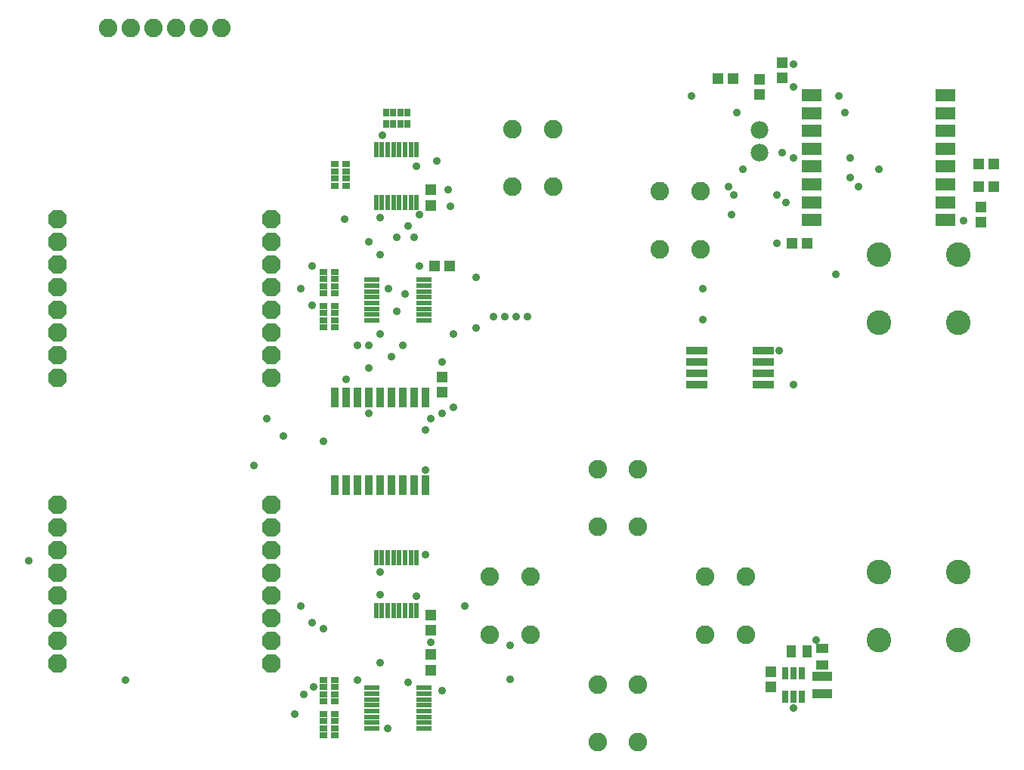
<source format=gts>
G75*
%MOIN*%
%OFA0B0*%
%FSLAX25Y25*%
%IPPOS*%
%LPD*%
%AMOC8*
5,1,8,0,0,1.08239X$1,22.5*
%
%ADD10R,0.05524X0.03950*%
%ADD11R,0.03950X0.05524*%
%ADD12R,0.08674X0.03950*%
%ADD13R,0.04737X0.05131*%
%ADD14R,0.02965X0.05524*%
%ADD15R,0.08674X0.05524*%
%ADD16OC8,0.08300*%
%ADD17R,0.02375X0.07099*%
%ADD18R,0.07099X0.02375*%
%ADD19R,0.03400X0.08800*%
%ADD20R,0.03359X0.02769*%
%ADD21R,0.05131X0.04737*%
%ADD22C,0.08200*%
%ADD23C,0.07800*%
%ADD24R,0.02769X0.03359*%
%ADD25C,0.10850*%
%ADD26R,0.09500X0.03200*%
%ADD27C,0.03600*%
D10*
X0402600Y0086557D03*
X0402600Y0093643D03*
D11*
X0396143Y0092600D03*
X0389057Y0092600D03*
D12*
X0402600Y0081537D03*
X0402600Y0073663D03*
D13*
X0380100Y0076754D03*
X0380100Y0083446D03*
X0230100Y0084254D03*
X0230100Y0090946D03*
X0230100Y0101754D03*
X0230100Y0108446D03*
X0235100Y0206754D03*
X0235100Y0213446D03*
X0230100Y0289254D03*
X0230100Y0295946D03*
X0375100Y0338004D03*
X0375100Y0344696D03*
X0385100Y0345504D03*
X0385100Y0352196D03*
X0472600Y0288446D03*
X0472600Y0281754D03*
D14*
X0393840Y0082719D03*
X0390100Y0082719D03*
X0386360Y0082719D03*
X0386360Y0072481D03*
X0390100Y0072481D03*
X0393840Y0072481D03*
D15*
X0398072Y0282698D03*
X0398072Y0290572D03*
X0398072Y0298446D03*
X0398072Y0306320D03*
X0398072Y0314194D03*
X0398072Y0322069D03*
X0398072Y0329943D03*
X0398072Y0337817D03*
X0457128Y0337817D03*
X0457128Y0329943D03*
X0457128Y0322069D03*
X0457128Y0314194D03*
X0457128Y0306320D03*
X0457128Y0298446D03*
X0457128Y0290572D03*
X0457128Y0282698D03*
D16*
X0159844Y0283092D03*
X0159844Y0273092D03*
X0159844Y0263092D03*
X0159844Y0253092D03*
X0159844Y0243092D03*
X0159844Y0233092D03*
X0159844Y0223092D03*
X0159844Y0213092D03*
X0159844Y0157108D03*
X0159844Y0147108D03*
X0159844Y0137108D03*
X0159844Y0127108D03*
X0159844Y0117108D03*
X0159844Y0107108D03*
X0159844Y0097108D03*
X0159844Y0087108D03*
X0065356Y0087108D03*
X0065356Y0097108D03*
X0065356Y0107108D03*
X0065356Y0117108D03*
X0065356Y0127108D03*
X0065356Y0137108D03*
X0065356Y0147108D03*
X0065356Y0157108D03*
X0065356Y0213092D03*
X0065356Y0223092D03*
X0065356Y0233092D03*
X0065356Y0243092D03*
X0065356Y0253092D03*
X0065356Y0263092D03*
X0065356Y0273092D03*
X0065356Y0283092D03*
D17*
X0205946Y0290592D03*
X0208506Y0290592D03*
X0211065Y0290592D03*
X0213624Y0290592D03*
X0216183Y0290592D03*
X0218742Y0290592D03*
X0221301Y0290592D03*
X0223860Y0290592D03*
X0223860Y0313820D03*
X0221301Y0313820D03*
X0218742Y0313820D03*
X0216183Y0313820D03*
X0213624Y0313820D03*
X0211065Y0313820D03*
X0208506Y0313820D03*
X0205946Y0313820D03*
X0205946Y0133820D03*
X0208506Y0133820D03*
X0211065Y0133820D03*
X0213624Y0133820D03*
X0216183Y0133820D03*
X0218742Y0133820D03*
X0221301Y0133820D03*
X0223860Y0133820D03*
X0223860Y0110592D03*
X0221301Y0110592D03*
X0218742Y0110592D03*
X0216183Y0110592D03*
X0213624Y0110592D03*
X0211065Y0110592D03*
X0208506Y0110592D03*
X0205946Y0110592D03*
D18*
X0203880Y0076360D03*
X0203880Y0073801D03*
X0203880Y0071242D03*
X0203880Y0068683D03*
X0203880Y0066124D03*
X0203880Y0063565D03*
X0203880Y0061006D03*
X0203880Y0058446D03*
X0227108Y0058446D03*
X0227108Y0061006D03*
X0227108Y0063565D03*
X0227108Y0066124D03*
X0227108Y0068683D03*
X0227108Y0071242D03*
X0227108Y0073801D03*
X0227108Y0076360D03*
X0227108Y0238446D03*
X0227108Y0241006D03*
X0227108Y0243565D03*
X0227108Y0246124D03*
X0227108Y0248683D03*
X0227108Y0251242D03*
X0227108Y0253801D03*
X0227108Y0256360D03*
X0203880Y0256360D03*
X0203880Y0253801D03*
X0203880Y0251242D03*
X0203880Y0248683D03*
X0203880Y0246124D03*
X0203880Y0243565D03*
X0203880Y0241006D03*
X0203880Y0238446D03*
D19*
X0202600Y0204400D03*
X0197600Y0204400D03*
X0192600Y0204400D03*
X0187600Y0204400D03*
X0207600Y0204400D03*
X0212600Y0204400D03*
X0217600Y0204400D03*
X0222600Y0204400D03*
X0227600Y0204400D03*
X0227600Y0165800D03*
X0222600Y0165800D03*
X0217600Y0165800D03*
X0212600Y0165800D03*
X0207600Y0165800D03*
X0202600Y0165800D03*
X0197600Y0165800D03*
X0192600Y0165800D03*
X0187600Y0165800D03*
D20*
X0187561Y0235376D03*
X0187561Y0238525D03*
X0187561Y0241675D03*
X0187561Y0244824D03*
X0182639Y0244824D03*
X0182639Y0241675D03*
X0182639Y0238525D03*
X0182639Y0235376D03*
X0182639Y0250376D03*
X0182639Y0253525D03*
X0182639Y0256675D03*
X0182639Y0259824D03*
X0187561Y0259824D03*
X0187561Y0256675D03*
X0187561Y0253525D03*
X0187561Y0250376D03*
X0187639Y0297876D03*
X0187639Y0301025D03*
X0187639Y0304175D03*
X0187639Y0307324D03*
X0192561Y0307324D03*
X0192561Y0304175D03*
X0192561Y0301025D03*
X0192561Y0297876D03*
X0187561Y0079824D03*
X0187561Y0076675D03*
X0187561Y0073525D03*
X0187561Y0070376D03*
X0182639Y0070376D03*
X0182639Y0073525D03*
X0182639Y0076675D03*
X0182639Y0079824D03*
X0182639Y0064824D03*
X0182639Y0061675D03*
X0182639Y0058525D03*
X0182639Y0055376D03*
X0187561Y0055376D03*
X0187561Y0058525D03*
X0187561Y0061675D03*
X0187561Y0064824D03*
D21*
X0231754Y0262600D03*
X0238446Y0262600D03*
X0356754Y0345100D03*
X0363446Y0345100D03*
X0389254Y0272600D03*
X0395946Y0272600D03*
X0471754Y0297600D03*
X0478446Y0297600D03*
X0478446Y0307600D03*
X0471754Y0307600D03*
D22*
X0349000Y0295400D03*
X0331200Y0295400D03*
X0331200Y0269800D03*
X0349000Y0269800D03*
X0284000Y0297300D03*
X0266200Y0297300D03*
X0266200Y0322900D03*
X0284000Y0322900D03*
X0137600Y0367600D03*
X0127600Y0367600D03*
X0117600Y0367600D03*
X0107600Y0367600D03*
X0097600Y0367600D03*
X0087600Y0367600D03*
X0303700Y0172900D03*
X0321500Y0172900D03*
X0321500Y0147300D03*
X0303700Y0147300D03*
X0274000Y0125400D03*
X0256200Y0125400D03*
X0256200Y0099800D03*
X0274000Y0099800D03*
X0303700Y0077900D03*
X0321500Y0077900D03*
X0351200Y0099800D03*
X0369000Y0099800D03*
X0369000Y0125400D03*
X0351200Y0125400D03*
X0321500Y0052300D03*
X0303700Y0052300D03*
D23*
X0375100Y0312600D03*
X0375100Y0322600D03*
D24*
X0219824Y0325139D03*
X0216675Y0325139D03*
X0213525Y0325139D03*
X0210376Y0325139D03*
X0210376Y0330061D03*
X0213525Y0330061D03*
X0216675Y0330061D03*
X0219824Y0330061D03*
D25*
X0427600Y0267600D03*
X0462600Y0267600D03*
X0462600Y0237600D03*
X0427600Y0237600D03*
X0427600Y0127600D03*
X0462600Y0127600D03*
X0462600Y0097600D03*
X0427600Y0097600D03*
D26*
X0376650Y0210100D03*
X0376650Y0215100D03*
X0376650Y0220100D03*
X0376650Y0225100D03*
X0347300Y0225100D03*
X0347300Y0220100D03*
X0347300Y0215100D03*
X0347300Y0210100D03*
D27*
X0095376Y0079824D03*
X0052600Y0132600D03*
X0152108Y0174608D03*
X0165100Y0187600D03*
X0157600Y0195100D03*
X0182600Y0185100D03*
X0202600Y0197600D03*
X0192600Y0212600D03*
X0202600Y0217600D03*
X0212600Y0222600D03*
X0217600Y0227600D03*
X0207600Y0232600D03*
X0202600Y0227600D03*
X0197600Y0227600D03*
X0215100Y0242600D03*
X0218850Y0250100D03*
X0211350Y0252600D03*
X0225100Y0262600D03*
X0222600Y0275100D03*
X0220100Y0280100D03*
X0215100Y0275100D03*
X0207600Y0267600D03*
X0202600Y0273092D03*
X0207600Y0283850D03*
X0192108Y0283092D03*
X0177600Y0262600D03*
X0172600Y0252600D03*
X0177600Y0245100D03*
X0225100Y0285100D03*
X0238850Y0288850D03*
X0237600Y0295946D03*
X0223801Y0306301D03*
X0232600Y0308850D03*
X0208550Y0320100D03*
X0250100Y0257600D03*
X0257600Y0240100D03*
X0262600Y0240100D03*
X0267600Y0240100D03*
X0272600Y0240100D03*
X0250100Y0235100D03*
X0240100Y0232600D03*
X0235100Y0220100D03*
X0240100Y0200100D03*
X0235100Y0197600D03*
X0230100Y0195100D03*
X0227600Y0190100D03*
X0227600Y0172600D03*
X0227600Y0135100D03*
X0207600Y0127600D03*
X0207600Y0117600D03*
X0223801Y0116801D03*
X0245100Y0112600D03*
X0230100Y0096350D03*
X0220100Y0078801D03*
X0207600Y0087600D03*
X0197600Y0079824D03*
X0178525Y0076675D03*
X0174175Y0073525D03*
X0170100Y0064824D03*
X0210946Y0058446D03*
X0235100Y0075100D03*
X0265100Y0080100D03*
X0265100Y0095100D03*
X0182600Y0102600D03*
X0177600Y0105100D03*
X0172600Y0112600D03*
X0350100Y0238850D03*
X0350100Y0252600D03*
X0382600Y0272600D03*
X0362600Y0285100D03*
X0363850Y0293850D03*
X0361350Y0297600D03*
X0367600Y0305100D03*
X0382600Y0293850D03*
X0386822Y0290572D03*
X0390100Y0310100D03*
X0385100Y0312600D03*
X0365100Y0330100D03*
X0345100Y0337600D03*
X0390100Y0341350D03*
X0390100Y0351350D03*
X0410100Y0337600D03*
X0412600Y0330100D03*
X0415100Y0310100D03*
X0415100Y0301350D03*
X0418850Y0297600D03*
X0427600Y0305100D03*
X0465100Y0282600D03*
X0408850Y0258850D03*
X0383850Y0225100D03*
X0390100Y0210100D03*
X0400100Y0097600D03*
X0390100Y0067600D03*
M02*

</source>
